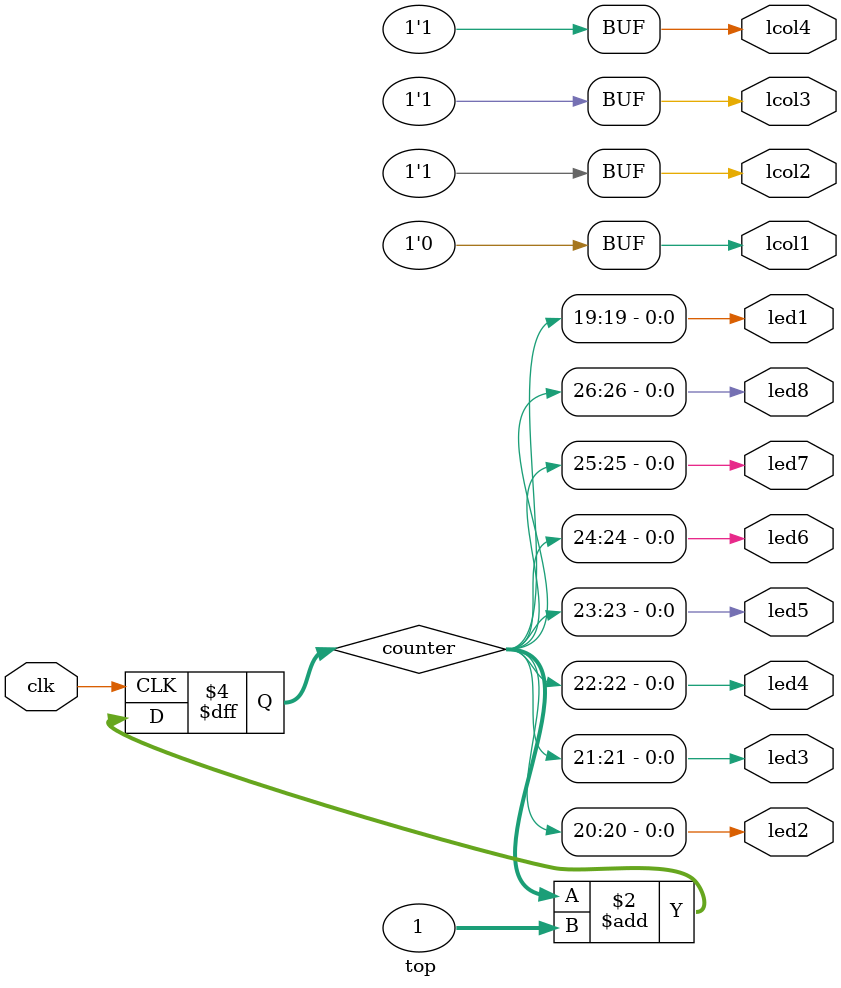
<source format=v>
/*
 *  
 *  Copyright(C) 2018 Gerald Coe, Devantech Ltd <gerry@devantech.co.uk>
 * 
 *  Permission to use, copy, modify, and/or distribute this software for any purpose with or
 *  without fee is hereby granted, provided that the above copyright notice and 
 *  this permission notice appear in all copies.
 * 
 *  THE SOFTWARE IS PROVIDED "AS IS" AND THE AUTHOR DISCLAIMS ALL WARRANTIES WITH REGARD TO
 *  THIS SOFTWARE INCLUDING ALL IMPLIED WARRANTIES OF MERCHANTABILITY AND FITNESS. 
 *  IN NO EVENT SHALL THE AUTHOR BE LIABLE FOR ANY SPECIAL, DIRECT, INDIRECT, OR CONSEQUENTIAL 
 *  DAMAGES OR ANY DAMAGES WHATSOEVER RESULTING FROM LOSS OF USE, DATA OR PROFITS, WHETHER IN
 *  AN ACTION OF CONTRACT, NEGLIGENCE OR OTHER TORTIOUS ACTION, ARISING OUT OF OR IN 
 *  CONNECTION WITH THE USE OR PERFORMANCE OF THIS SOFTWARE.
 * 
 */


// Blink an LED provided an input clock
/* module */
module top (clk, led1, led2, led3, led4, led5, led6, led7, led8, lcol1, lcol2, lcol3, lcol4 );
    /* I/O */
    input clk;
    output led1;
    output led2;
    output led3;
    output led4;
    output led5;
    output led6;
    output led7;
    output led8;
    output lcol1;
    output lcol2;
    output lcol3;
    output lcol4;

    /* Counter register */
    reg [31:0] counter = 32'b0;

    /* LED drivers - counter is inverted for display because leds are active low */
    assign {led8, led7, led6, led5, led4, led3, led2, led1} = counter[26:19];// ^ 8'hff; 
    assign {lcol4, lcol3, lcol2, lcol1} = 4'b1110;


    /* Count up on every edge of the incoming 12MHz clk */
    always @ (posedge clk) begin
        counter <= counter + 1;
    end

endmodule

</source>
